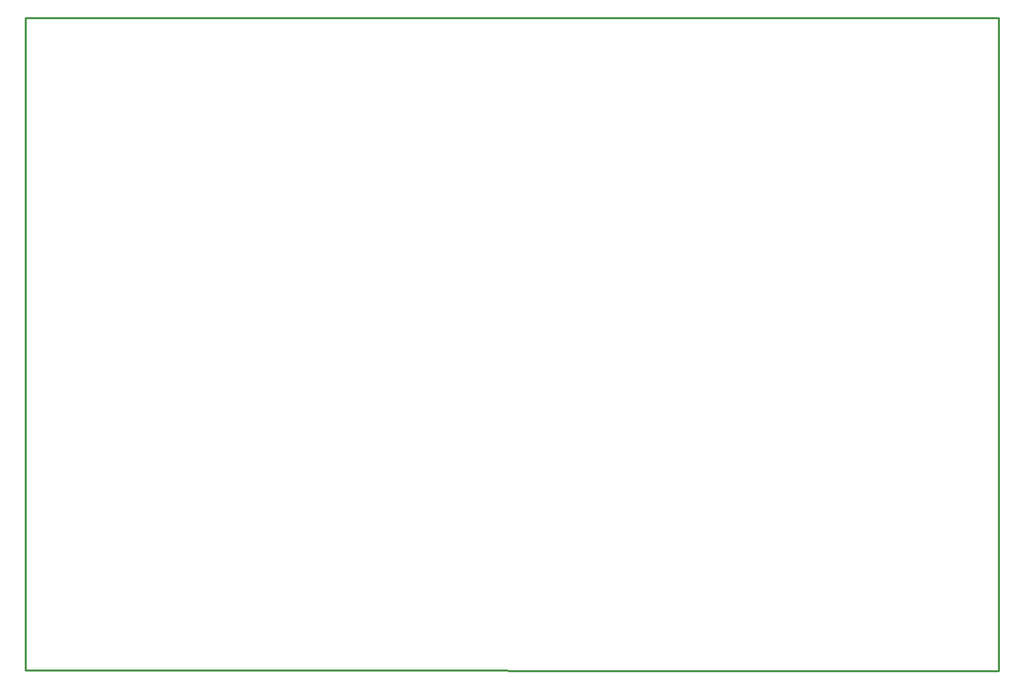
<source format=gbr>
G04 #@! TF.GenerationSoftware,KiCad,Pcbnew,(5.99.0-10624-g2131a44889)*
G04 #@! TF.CreationDate,2021-05-25T22:32:11+02:00*
G04 #@! TF.ProjectId,stm32mp1-custom-devboard,73746d33-326d-4703-912d-637573746f6d,V1.0*
G04 #@! TF.SameCoordinates,Original*
G04 #@! TF.FileFunction,Profile,NP*
%FSLAX46Y46*%
G04 Gerber Fmt 4.6, Leading zero omitted, Abs format (unit mm)*
G04 Created by KiCad (PCBNEW (5.99.0-10624-g2131a44889)) date 2021-05-25 22:32:11*
%MOMM*%
%LPD*%
G01*
G04 APERTURE LIST*
G04 #@! TA.AperFunction,Profile*
%ADD10C,0.250000*%
G04 #@! TD*
G04 #@! TA.AperFunction,Profile*
%ADD11C,0.254000*%
G04 #@! TD*
G04 APERTURE END LIST*
D10*
X93110000Y-62130000D02*
X93110000Y-142690000D01*
X213110000Y-62130000D02*
X213110000Y-142740000D01*
X169870000Y-62130000D02*
X194940000Y-62130000D01*
X111280000Y-62130000D02*
X93110000Y-62130000D01*
X213110000Y-62130000D02*
X194940000Y-62130000D01*
X111280000Y-62130000D02*
X169870000Y-62130000D01*
D11*
X93110000Y-142690000D02*
X213110000Y-142740000D01*
M02*

</source>
